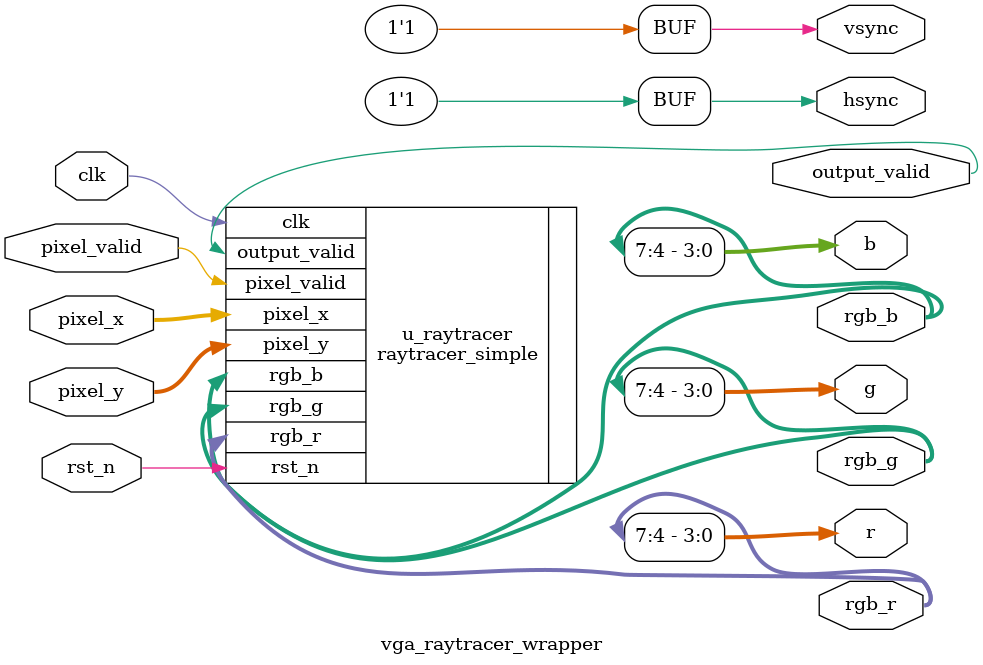
<source format=sv>

`timescale 1ns/1ps
`default_nettype none

module vga_raytracer_wrapper (
    input  logic clk,
    input  logic rst_n,
    
    // Direct raytracer interface (for testbench)
    input  logic [9:0]  pixel_x,
    input  logic [8:0]  pixel_y,
    input  logic        pixel_valid,
    output logic [7:0]  rgb_r,
    output logic [7:0]  rgb_g,
    output logic [7:0]  rgb_b,
    output logic        output_valid,
    
    // VGA outputs (optional, for standalone use)
    output logic hsync,
    output logic vsync,
    output logic [3:0] r,
    output logic [3:0] g,
    output logic [3:0] b
);

    // Raytracer instance (direct connection)
    raytracer_simple u_raytracer (
        .clk(clk),
        .rst_n(rst_n),
        .pixel_x(pixel_x),
        .pixel_y(pixel_y),
        .pixel_valid(pixel_valid),
        .rgb_r(rgb_r),
        .rgb_g(rgb_g),
        .rgb_b(rgb_b),
        .output_valid(output_valid)
    );
    
    // VGA outputs (unused in testbench, set to defaults)
    assign hsync = 1'b1;
    assign vsync = 1'b1;
    assign r = rgb_r[7:4];
    assign g = rgb_g[7:4];
    assign b = rgb_b[7:4];

endmodule

`default_nettype wire

</source>
